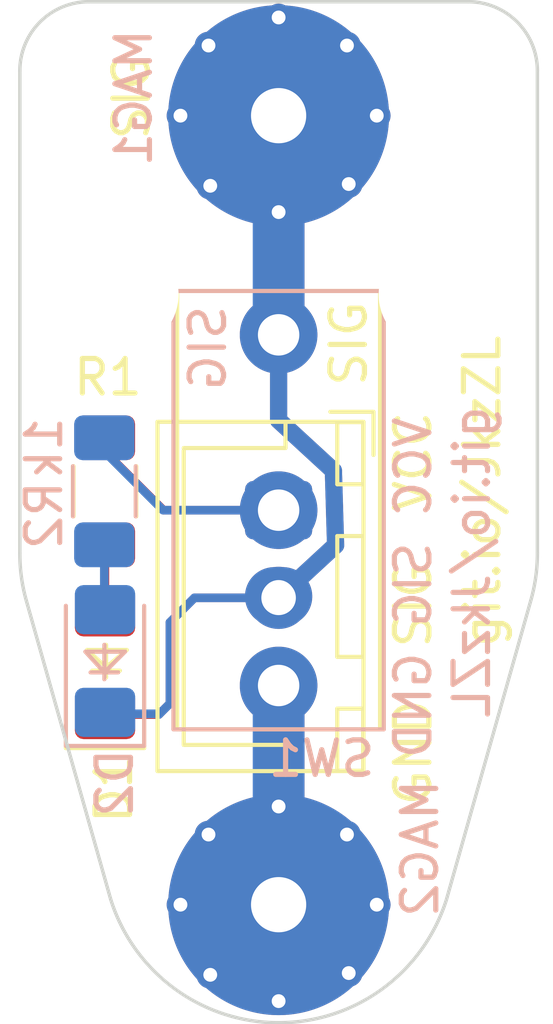
<source format=kicad_pcb>
(kicad_pcb (version 20171130) (host pcbnew "(5.1.7)-1")

  (general
    (thickness 1.6)
    (drawings 48)
    (tracks 57)
    (zones 0)
    (modules 12)
    (nets 6)
  )

  (page A4)
  (layers
    (0 F.Cu signal)
    (31 B.Cu signal hide)
    (32 B.Adhes user hide)
    (33 F.Adhes user hide)
    (34 B.Paste user hide)
    (35 F.Paste user hide)
    (36 B.SilkS user hide)
    (37 F.SilkS user)
    (38 B.Mask user hide)
    (39 F.Mask user hide)
    (40 Dwgs.User user hide)
    (41 Cmts.User user hide)
    (42 Eco1.User user hide)
    (43 Eco2.User user hide)
    (44 Edge.Cuts user)
    (45 Margin user hide)
    (46 B.CrtYd user)
    (47 F.CrtYd user)
    (48 B.Fab user hide)
    (49 F.Fab user hide)
  )

  (setup
    (last_trace_width 0.25)
    (user_trace_width 0.5)
    (user_trace_width 0.75)
    (user_trace_width 1.5)
    (trace_clearance 0.2)
    (zone_clearance 0.508)
    (zone_45_only no)
    (trace_min 0.2)
    (via_size 0.8)
    (via_drill 0.4)
    (via_min_size 0.4)
    (via_min_drill 0.3)
    (uvia_size 0.3)
    (uvia_drill 0.1)
    (uvias_allowed no)
    (uvia_min_size 0.2)
    (uvia_min_drill 0.1)
    (edge_width 0.05)
    (segment_width 0.2)
    (pcb_text_width 0.3)
    (pcb_text_size 1.5 1.5)
    (mod_edge_width 0.12)
    (mod_text_size 1 1)
    (mod_text_width 0.15)
    (pad_size 6.4 6.4)
    (pad_drill 1.6)
    (pad_to_mask_clearance 0)
    (aux_axis_origin 0 0)
    (visible_elements 7EFFEFFF)
    (pcbplotparams
      (layerselection 0x3d330_ffffffff)
      (usegerberextensions false)
      (usegerberattributes true)
      (usegerberadvancedattributes true)
      (creategerberjobfile true)
      (excludeedgelayer true)
      (linewidth 0.100000)
      (plotframeref false)
      (viasonmask false)
      (mode 1)
      (useauxorigin false)
      (hpglpennumber 1)
      (hpglpenspeed 20)
      (hpglpendiameter 15.000000)
      (psnegative false)
      (psa4output false)
      (plotreference true)
      (plotvalue true)
      (plotinvisibletext false)
      (padsonsilk false)
      (subtractmaskfromsilk false)
      (outputformat 1)
      (mirror false)
      (drillshape 0)
      (scaleselection 1)
      (outputdirectory "gerbers/"))
  )

  (net 0 "")
  (net 1 VCC)
  (net 2 GND)
  (net 3 SIGNAL)
  (net 4 "Net-(D1-Pad2)")
  (net 5 "Net-(D2-Pad2)")

  (net_class Default "This is the default net class."
    (clearance 0.2)
    (trace_width 0.25)
    (via_dia 0.8)
    (via_drill 0.4)
    (uvia_dia 0.3)
    (uvia_drill 0.1)
    (add_net GND)
    (add_net "Net-(D1-Pad2)")
    (add_net "Net-(D2-Pad2)")
    (add_net SIGNAL)
    (add_net VCC)
  )

  (module mag-probe:JST-XH (layer F.Cu) (tedit 5FB868AA) (tstamp 5FBB11C0)
    (at 0 0 270)
    (fp_text reference REF** (at 2.175 5.075 90) (layer Dwgs.User) hide
      (effects (font (size 1 1) (thickness 0.15)))
    )
    (fp_text value JST-XH (at 2.275 -3.775 90) (layer F.Fab)
      (effects (font (size 1 1) (thickness 0.15)))
    )
    (fp_line (start 7.95 3.9) (end 7.95 -2.85) (layer F.CrtYd) (width 0.05))
    (fp_line (start 0.75 -2.45) (end 0.75 -1.7) (layer F.SilkS) (width 0.12))
    (fp_line (start 0 -1.35) (end 0.625 -2.35) (layer F.Fab) (width 0.1))
    (fp_line (start -2.56 3.51) (end 7.56 3.51) (layer F.SilkS) (width 0.12))
    (fp_line (start -2.95 3.9) (end 7.95 3.9) (layer F.CrtYd) (width 0.05))
    (fp_line (start -2.45 -2.35) (end -2.45 3.4) (layer F.Fab) (width 0.1))
    (fp_line (start -0.625 -2.35) (end 0 -1.35) (layer F.Fab) (width 0.1))
    (fp_line (start 7.95 -2.85) (end -2.95 -2.85) (layer F.CrtYd) (width 0.05))
    (fp_line (start 7.56 3.51) (end 7.56 -2.46) (layer F.SilkS) (width 0.12))
    (fp_line (start -2.95 -2.85) (end -2.95 3.9) (layer F.CrtYd) (width 0.05))
    (fp_line (start 7.45 3.4) (end 7.45 -2.35) (layer F.Fab) (width 0.1))
    (fp_line (start -2.56 -2.46) (end -2.56 3.51) (layer F.SilkS) (width 0.12))
    (fp_line (start -2.45 3.4) (end 7.45 3.4) (layer F.Fab) (width 0.1))
    (fp_line (start 7.56 -2.46) (end -2.56 -2.46) (layer F.SilkS) (width 0.12))
    (fp_line (start 7.45 -2.35) (end -2.45 -2.35) (layer F.Fab) (width 0.1))
    (fp_line (start 4.25 -2.45) (end 0.75 -2.45) (layer F.SilkS) (width 0.12))
    (fp_line (start -2.55 -2.45) (end -2.55 -1.7) (layer F.SilkS) (width 0.12))
    (fp_line (start -2.55 -1.7) (end -0.75 -1.7) (layer F.SilkS) (width 0.12))
    (fp_line (start -0.75 -2.45) (end -2.55 -2.45) (layer F.SilkS) (width 0.12))
    (fp_line (start 7.55 -2.45) (end 5.75 -2.45) (layer F.SilkS) (width 0.12))
    (fp_line (start -2.55 -0.2) (end -1.8 -0.2) (layer F.SilkS) (width 0.12))
    (fp_line (start -1.8 -0.2) (end -1.8 2.75) (layer F.SilkS) (width 0.12))
    (fp_line (start 2.5 2.75) (end -1.725 2.75) (layer F.SilkS) (width 0.12))
    (fp_line (start 6.8 -0.2) (end 6.8 2.75) (layer F.SilkS) (width 0.12))
    (fp_line (start 6.8 2.75) (end 2.5 2.75) (layer F.SilkS) (width 0.12))
    (fp_line (start -1.6 -2.75) (end -2.85 -2.75) (layer F.SilkS) (width 0.12))
    (fp_line (start -2.85 -2.75) (end -2.85 -1.5) (layer F.SilkS) (width 0.12))
    (fp_line (start 0.75 -1.7) (end 4.25 -1.7) (layer F.SilkS) (width 0.12))
    (fp_line (start -0.75 -1.7) (end -0.75 -2.45) (layer F.SilkS) (width 0.12))
    (fp_line (start 4.25 -1.7) (end 4.25 -2.45) (layer F.SilkS) (width 0.12))
    (fp_line (start 5.75 -2.45) (end 5.75 -1.7) (layer F.SilkS) (width 0.12))
    (fp_line (start 5.75 -1.7) (end 7.55 -1.7) (layer F.SilkS) (width 0.12))
    (fp_line (start 7.55 -1.7) (end 7.55 -2.45) (layer F.SilkS) (width 0.12))
    (fp_line (start 7.55 -0.2) (end 6.8 -0.2) (layer F.SilkS) (width 0.12))
    (pad 3 thru_hole oval (at 5 0 270) (size 1.7 1.95) (drill 0.95) (layers *.Cu *.Mask))
    (pad 1 thru_hole roundrect (at 0 0 270) (size 1.7 1.95) (drill 0.95) (layers *.Cu *.Mask) (roundrect_rratio 0.147059))
    (pad 2 thru_hole oval (at 2.5 0 270) (size 1.7 1.95) (drill 0.95) (layers *.Cu *.Mask))
    (model F:/git/PROBE-BOARD/CAD/JST-B3B-XH-A.step
      (offset (xyz 2.5 -0.5 0))
      (scale (xyz 1 1 1))
      (rotate (xyz 0 0 0))
    )
  )

  (module mag-probe:M3Heatsrt (layer F.Cu) (tedit 5FBAB47A) (tstamp 5FBB10C4)
    (at -4.45 -6.3)
    (fp_text reference REF** (at 9.95 0.05) (layer Dwgs.User) hide
      (effects (font (size 1 1) (thickness 0.15)))
    )
    (fp_text value M3Heatsrt (at 0 -2.55) (layer F.Fab)
      (effects (font (size 1 1) (thickness 0.15)))
    )
    (fp_circle (center 0 0) (end 1.6 0) (layer Dwgs.User) (width 0.05))
    (model "F:/git/PROBE-BOARD/CAD/94459A130_BRASS HEAT-SET INSERT FOR PLASTIC.STEP"
      (offset (xyz 0 0 4.25))
      (scale (xyz 1 1 1))
      (rotate (xyz 90 0 0))
    )
    (model "F:/git/PROBE-BOARD/CAD/97763A811_BLACK-OXIDE 18-8 SS BUTTON-HEAD CAP SCREW.STEP"
      (offset (xyz 0 0 -3.5))
      (scale (xyz 1 1 1))
      (rotate (xyz 180 0 0))
    )
  )

  (module mag-probe:M3Heatsrt (layer F.Cu) (tedit 5FBAB47A) (tstamp 5FBB10AF)
    (at 4.45 -6.35)
    (fp_text reference REF** (at 0.05 0.1) (layer Dwgs.User) hide
      (effects (font (size 1 1) (thickness 0.15)))
    )
    (fp_text value M3Heatsrt (at 0 -2.55) (layer F.Fab)
      (effects (font (size 1 1) (thickness 0.15)))
    )
    (fp_circle (center 0 0) (end 1.6 0) (layer Dwgs.User) (width 0.05))
    (model "F:/git/PROBE-BOARD/CAD/94459A130_BRASS HEAT-SET INSERT FOR PLASTIC.STEP"
      (offset (xyz 0 0 4.25))
      (scale (xyz 1 1 1))
      (rotate (xyz 90 0 0))
    )
    (model "F:/git/PROBE-BOARD/CAD/97763A811_BLACK-OXIDE 18-8 SS BUTTON-HEAD CAP SCREW.STEP"
      (offset (xyz 0 0 -3.5))
      (scale (xyz 1 1 1))
      (rotate (xyz 180 0 0))
    )
  )

  (module MountingHole:MountingHole_3.2mm_M3 (layer F.Cu) (tedit 5FBAB25B) (tstamp 5FBAB277)
    (at -4.6 -6.25)
    (descr "Mounting Hole 3.2mm, no annular, M3")
    (tags "mounting hole 3.2mm no annular m3")
    (attr virtual)
    (fp_text reference REF** (at 0 -4.2) (layer Dwgs.User) hide
      (effects (font (size 1 1) (thickness 0.15)))
    )
    (fp_text value MountingHole_3.2mm_M3 (at 0 4.2) (layer F.Fab)
      (effects (font (size 1 1) (thickness 0.15)))
    )
    (fp_circle (center 0 0) (end 3.45 0) (layer F.CrtYd) (width 0.05))
    (fp_circle (center 0 0) (end 3.2 0) (layer Cmts.User) (width 0.15))
    (fp_text user %R (at 0.3 0) (layer F.Fab)
      (effects (font (size 1 1) (thickness 0.15)))
    )
    (pad "" np_thru_hole circle (at 0.1 0) (size 3.2 3.2) (drill 3.2) (layers *.Cu *.Mask))
  )

  (module Resistor_SMD:R_1206_3216Metric_Pad1.30x1.75mm_HandSolder (layer F.Cu) (tedit 5F68FEEE) (tstamp 5FB8615B)
    (at -5.035 -0.547 270)
    (descr "Resistor SMD 1206 (3216 Metric), square (rectangular) end terminal, IPC_7351 nominal with elongated pad for handsoldering. (Body size source: IPC-SM-782 page 72, https://www.pcb-3d.com/wordpress/wp-content/uploads/ipc-sm-782a_amendment_1_and_2.pdf), generated with kicad-footprint-generator")
    (tags "resistor handsolder")
    (path /5FC4D339)
    (attr smd)
    (fp_text reference R1 (at -3.303 -0.085 180) (layer F.SilkS)
      (effects (font (size 1 1) (thickness 0.15)))
    )
    (fp_text value 1k (at 0 1.82 90) (layer F.Fab)
      (effects (font (size 1 1) (thickness 0.15)))
    )
    (fp_line (start -1.6 0.8) (end -1.6 -0.8) (layer F.Fab) (width 0.1))
    (fp_line (start -1.6 -0.8) (end 1.6 -0.8) (layer F.Fab) (width 0.1))
    (fp_line (start 1.6 -0.8) (end 1.6 0.8) (layer F.Fab) (width 0.1))
    (fp_line (start 1.6 0.8) (end -1.6 0.8) (layer F.Fab) (width 0.1))
    (fp_line (start -0.727064 -0.91) (end 0.727064 -0.91) (layer F.SilkS) (width 0.12))
    (fp_line (start -0.727064 0.91) (end 0.727064 0.91) (layer F.SilkS) (width 0.12))
    (fp_line (start -2.45 1.12) (end -2.45 -1.12) (layer F.CrtYd) (width 0.05))
    (fp_line (start -2.45 -1.12) (end 2.45 -1.12) (layer F.CrtYd) (width 0.05))
    (fp_line (start 2.45 -1.12) (end 2.45 1.12) (layer F.CrtYd) (width 0.05))
    (fp_line (start 2.45 1.12) (end -2.45 1.12) (layer F.CrtYd) (width 0.05))
    (fp_text user %R (at 0 0 90) (layer F.Fab)
      (effects (font (size 0.8 0.8) (thickness 0.12)))
    )
    (pad 2 smd roundrect (at 1.55 0 270) (size 1.3 1.75) (layers F.Cu F.Paste F.Mask) (roundrect_rratio 0.1923076923076923)
      (net 4 "Net-(D1-Pad2)"))
    (pad 1 smd roundrect (at -1.55 0 270) (size 1.3 1.75) (layers F.Cu F.Paste F.Mask) (roundrect_rratio 0.1923076923076923)
      (net 1 VCC))
    (model ${KISYS3DMOD}/Resistor_SMD.3dshapes/R_1206_3216Metric.wrl
      (at (xyz 0 0 0))
      (scale (xyz 1 1 1))
      (rotate (xyz 0 0 0))
    )
  )

  (module Resistor_SMD:R_1206_3216Metric_Pad1.30x1.75mm_HandSolder (layer B.Cu) (tedit 5F68FEEE) (tstamp 5FB860BF)
    (at -5.0515 -0.547 270)
    (descr "Resistor SMD 1206 (3216 Metric), square (rectangular) end terminal, IPC_7351 nominal with elongated pad for handsoldering. (Body size source: IPC-SM-782 page 72, https://www.pcb-3d.com/wordpress/wp-content/uploads/ipc-sm-782a_amendment_1_and_2.pdf), generated with kicad-footprint-generator")
    (tags "resistor handsolder")
    (path /5FBB765C)
    (attr smd)
    (fp_text reference R2 (at 0.697 1.7485 90) (layer B.SilkS)
      (effects (font (size 1 1) (thickness 0.15)) (justify mirror))
    )
    (fp_text value 1k (at 0 -1.43 90) (layer B.Fab)
      (effects (font (size 1 1) (thickness 0.15)) (justify mirror))
    )
    (fp_line (start -1.6 -0.8) (end -1.6 0.8) (layer B.Fab) (width 0.1))
    (fp_line (start -1.6 0.8) (end 1.6 0.8) (layer B.Fab) (width 0.1))
    (fp_line (start 1.6 0.8) (end 1.6 -0.8) (layer B.Fab) (width 0.1))
    (fp_line (start 1.6 -0.8) (end -1.6 -0.8) (layer B.Fab) (width 0.1))
    (fp_line (start -0.727064 0.91) (end 0.727064 0.91) (layer B.SilkS) (width 0.12))
    (fp_line (start -0.727064 -0.91) (end 0.727064 -0.91) (layer B.SilkS) (width 0.12))
    (fp_line (start -2.45 -1.12) (end -2.45 1.12) (layer B.CrtYd) (width 0.05))
    (fp_line (start -2.45 1.12) (end 2.45 1.12) (layer B.CrtYd) (width 0.05))
    (fp_line (start 2.45 1.12) (end 2.45 -1.12) (layer B.CrtYd) (width 0.05))
    (fp_line (start 2.45 -1.12) (end -2.45 -1.12) (layer B.CrtYd) (width 0.05))
    (fp_text user %R (at 0 0 90) (layer B.Fab)
      (effects (font (size 0.4 0.4) (thickness 0.06)) (justify mirror))
    )
    (pad 2 smd roundrect (at 1.55 0 270) (size 1.3 1.75) (layers B.Cu B.Paste B.Mask) (roundrect_rratio 0.1923076923076923)
      (net 5 "Net-(D2-Pad2)"))
    (pad 1 smd roundrect (at -1.55 0 270) (size 1.3 1.75) (layers B.Cu B.Paste B.Mask) (roundrect_rratio 0.1923076923076923)
      (net 1 VCC))
    (model ${KISYS3DMOD}/Resistor_SMD.3dshapes/R_1206_3216Metric.wrl
      (at (xyz 0 0 0))
      (scale (xyz 1 1 1))
      (rotate (xyz 0 0 0))
    )
  )

  (module LED_SMD:LED_1206_3216Metric_Pad1.42x1.75mm_HandSolder (layer F.Cu) (tedit 5F68FEF1) (tstamp 5FB860F1)
    (at -5.0315 4.4335 90)
    (descr "LED SMD 1206 (3216 Metric), square (rectangular) end terminal, IPC_7351 nominal, (Body size source: http://www.tortai-tech.com/upload/download/2011102023233369053.pdf), generated with kicad-footprint-generator")
    (tags "LED handsolder")
    (path /5FC4D33F)
    (attr smd)
    (fp_text reference D1 (at -3.6437 0.2563 90) (layer F.SilkS)
      (effects (font (size 1 1) (thickness 0.15)))
    )
    (fp_text value LED_Small (at 0 1.65 90) (layer F.Fab)
      (effects (font (size 1 1) (thickness 0.15)))
    )
    (fp_line (start 2.45 1.12) (end -2.45 1.12) (layer F.CrtYd) (width 0.05))
    (fp_line (start 2.45 -1.12) (end 2.45 1.12) (layer F.CrtYd) (width 0.05))
    (fp_line (start -2.45 -1.12) (end 2.45 -1.12) (layer F.CrtYd) (width 0.05))
    (fp_line (start -2.45 1.12) (end -2.45 -1.12) (layer F.CrtYd) (width 0.05))
    (fp_line (start -2.46 1.135) (end 1.6 1.135) (layer F.SilkS) (width 0.12))
    (fp_line (start -2.46 -1.135) (end -2.46 1.135) (layer F.SilkS) (width 0.12))
    (fp_line (start 1.6 -1.135) (end -2.46 -1.135) (layer F.SilkS) (width 0.12))
    (fp_line (start 1.6 0.8) (end 1.6 -0.8) (layer F.Fab) (width 0.1))
    (fp_line (start -1.6 0.8) (end 1.6 0.8) (layer F.Fab) (width 0.1))
    (fp_line (start -1.6 -0.4) (end -1.6 0.8) (layer F.Fab) (width 0.1))
    (fp_line (start -1.2 -0.8) (end -1.6 -0.4) (layer F.Fab) (width 0.1))
    (fp_line (start 1.6 -0.8) (end -1.2 -0.8) (layer F.Fab) (width 0.1))
    (fp_text user %R (at 0 0 90) (layer F.Fab)
      (effects (font (size 0.5 0.5) (thickness 0.08)))
    )
    (pad 2 smd roundrect (at 1.4875 0 90) (size 1.425 1.75) (layers F.Cu F.Paste F.Mask) (roundrect_rratio 0.1754385964912281)
      (net 4 "Net-(D1-Pad2)"))
    (pad 1 smd roundrect (at -1.4875 0 90) (size 1.425 1.75) (layers F.Cu F.Paste F.Mask) (roundrect_rratio 0.1754385964912281)
      (net 3 SIGNAL))
    (model ${KISYS3DMOD}/LED_SMD.3dshapes/LED_1206_3216Metric.wrl
      (at (xyz 0 0 0))
      (scale (xyz 1 1 1))
      (rotate (xyz 0 0 0))
    )
  )

  (module LED_SMD:LED_1206_3216Metric_Pad1.42x1.75mm_HandSolder (layer B.Cu) (tedit 5F68FEF1) (tstamp 5FB86127)
    (at -5.0315 4.37 90)
    (descr "LED SMD 1206 (3216 Metric), square (rectangular) end terminal, IPC_7351 nominal, (Body size source: http://www.tortai-tech.com/upload/download/2011102023233369053.pdf), generated with kicad-footprint-generator")
    (tags "LED handsolder")
    (path /5FBB7662)
    (attr smd)
    (fp_text reference D2 (at -3.53 0.2815 90) (layer B.SilkS)
      (effects (font (size 1 1) (thickness 0.15)) (justify mirror))
    )
    (fp_text value LED_Small (at 0 -1.65 90) (layer B.Fab)
      (effects (font (size 1 1) (thickness 0.15)) (justify mirror))
    )
    (fp_line (start 2.45 -1.12) (end -2.45 -1.12) (layer B.CrtYd) (width 0.05))
    (fp_line (start 2.45 1.12) (end 2.45 -1.12) (layer B.CrtYd) (width 0.05))
    (fp_line (start -2.45 1.12) (end 2.45 1.12) (layer B.CrtYd) (width 0.05))
    (fp_line (start -2.45 -1.12) (end -2.45 1.12) (layer B.CrtYd) (width 0.05))
    (fp_line (start -2.46 -1.135) (end 1.6 -1.135) (layer B.SilkS) (width 0.12))
    (fp_line (start -2.46 1.135) (end -2.46 -1.135) (layer B.SilkS) (width 0.12))
    (fp_line (start 1.6 1.135) (end -2.46 1.135) (layer B.SilkS) (width 0.12))
    (fp_line (start 1.6 -0.8) (end 1.6 0.8) (layer B.Fab) (width 0.1))
    (fp_line (start -1.6 -0.8) (end 1.6 -0.8) (layer B.Fab) (width 0.1))
    (fp_line (start -1.6 0.4) (end -1.6 -0.8) (layer B.Fab) (width 0.1))
    (fp_line (start -1.2 0.8) (end -1.6 0.4) (layer B.Fab) (width 0.1))
    (fp_line (start 1.6 0.8) (end -1.2 0.8) (layer B.Fab) (width 0.1))
    (fp_text user %R (at 0 0 90) (layer B.Fab)
      (effects (font (size 0.5 0.5) (thickness 0.08)) (justify mirror))
    )
    (pad 2 smd roundrect (at 1.4875 0 90) (size 1.425 1.75) (layers B.Cu B.Paste B.Mask) (roundrect_rratio 0.1754385964912281)
      (net 5 "Net-(D2-Pad2)"))
    (pad 1 smd roundrect (at -1.4875 0 90) (size 1.425 1.75) (layers B.Cu B.Paste B.Mask) (roundrect_rratio 0.1754385964912281)
      (net 3 SIGNAL))
    (model ${KISYS3DMOD}/LED_SMD.3dshapes/LED_1206_3216Metric.wrl
      (at (xyz 0 0 0))
      (scale (xyz 1 1 1))
      (rotate (xyz 0 0 0))
    )
  )

  (module mag-probe:D2F (layer F.Cu) (tedit 5FB88D0E) (tstamp 5FB7841C)
    (at 0 0 270)
    (path /5FC5A30B)
    (fp_text reference SW1 (at 7.2 -1.25) (layer B.SilkS)
      (effects (font (size 1 1) (thickness 0.15)) (justify mirror))
    )
    (fp_text value SW_Push_Open (at -2.54 -1.27 270) (layer F.Fab)
      (effects (font (size 1 1) (thickness 0.15)))
    )
    (fp_line (start -6.35 -2.94) (end -6.35 2.94) (layer F.SilkS) (width 0.12))
    (fp_line (start -6.35 2.94) (end 6.35 2.94) (layer F.SilkS) (width 0.12))
    (fp_line (start 6.35 2.94) (end 6.35 -2.94) (layer F.SilkS) (width 0.12))
    (fp_line (start 6.35 -2.94) (end -6.35 -2.94) (layer F.SilkS) (width 0.12))
    (pad 4 thru_hole circle (at 2.54 0 270) (size 1.8 1.8) (drill 1) (layers *.Cu *.Mask)
      (net 3 SIGNAL))
    (pad 3 thru_hole circle (at 0 0 270) (size 2.25 2.25) (drill 1.2) (layers *.Cu *.Mask)
      (net 1 VCC))
    (pad 2 thru_hole circle (at -5.08 0 270) (size 2.25 2.25) (drill 1.2) (layers *.Cu *.Mask)
      (net 3 SIGNAL))
    (pad 1 thru_hole circle (at 5.08 0 270) (size 2.25 2.25) (drill 1.2) (layers *.Cu *.Mask)
      (net 2 GND))
    (model F:/git/mag-probe/D2F_F_STEP/D2F_F.step
      (offset (xyz 3.24 0 -3.24))
      (scale (xyz 1 1 1))
      (rotate (xyz 90 0 0))
    )
  )

  (module MountingHole:MountingHole_3.2mm_M3 (layer F.Cu) (tedit 56D1B4CB) (tstamp 5FB8CA4C)
    (at 4.5 -6.25)
    (descr "Mounting Hole 3.2mm, no annular, M3")
    (tags "mounting hole 3.2mm no annular m3")
    (attr virtual)
    (fp_text reference REF** (at 0 -4.2) (layer Dwgs.User) hide
      (effects (font (size 1 1) (thickness 0.15)))
    )
    (fp_text value MountingHole_3.2mm_M3 (at 0 4.2) (layer F.Fab)
      (effects (font (size 1 1) (thickness 0.15)))
    )
    (fp_circle (center 0 0) (end 3.45 0) (layer F.CrtYd) (width 0.05))
    (fp_circle (center 0 0) (end 3.2 0) (layer Cmts.User) (width 0.15))
    (fp_text user %R (at 0.3 0) (layer F.Fab)
      (effects (font (size 1 1) (thickness 0.15)))
    )
    (pad 1 np_thru_hole circle (at 0 0) (size 3.2 3.2) (drill 3.2) (layers *.Cu *.Mask))
  )

  (module mag-probe:MagPad (layer F.Cu) (tedit 5FBC0B31) (tstamp 5FB7716B)
    (at 0 11.25)
    (path /5FB9D8C4)
    (fp_text reference MAG2 (at 4.064 -1.4964 90) (layer F.SilkS) hide
      (effects (font (size 1 1) (thickness 0.15)))
    )
    (fp_text value Conn_01x01 (at 0 -0.5) (layer F.Fab)
      (effects (font (size 1 1) (thickness 0.15)))
    )
    (pad 1 thru_hole circle (at 0 0.18) (size 6.4 6.4) (drill 1.6) (layers *.Cu *.Mask)
      (net 2 GND))
    (model F:/git/mag-probe/mag.pretty.stp
      (at (xyz 0 0 0))
      (scale (xyz 1 1 1))
      (rotate (xyz 0 0 0))
    )
  )

  (module mag-probe:MagPad (layer F.Cu) (tedit 5FBC0B3F) (tstamp 5FB8D866)
    (at 0 -11.25)
    (path /5FB9D22E)
    (fp_text reference SIG (at -4.26 -0.71 90) (layer F.SilkS)
      (effects (font (size 1 1) (thickness 0.15)))
    )
    (fp_text value Conn_01x01 (at 0 -0.5) (layer F.Fab)
      (effects (font (size 1 1) (thickness 0.15)))
    )
    (pad 1 thru_hole circle (at 0 -0.18) (size 6.4 6.4) (drill 1.6) (layers *.Cu *.Mask)
      (net 3 SIGNAL))
    (model F:/git/mag-probe/mag.pretty.stp
      (at (xyz 0 0 0))
      (scale (xyz 1 1 1))
      (rotate (xyz 0 0 0))
    )
  )

  (gr_line (start -5.08 -13.97) (end 5.08 -8.89) (layer Dwgs.User) (width 0.15) (tstamp 5FBC0E2E))
  (gr_line (start 3.81 -8.89) (end 3.81 -10.16) (layer Dwgs.User) (width 0.15))
  (gr_line (start 3.81 -12.7) (end 3.81 -8.89) (layer Dwgs.User) (width 0.15))
  (gr_line (start -3.81 -10.16) (end 3.81 -12.7) (layer Dwgs.User) (width 0.15))
  (gr_line (start -1.27 -7.62) (end -3.81 -10.16) (layer Dwgs.User) (width 0.15))
  (gr_line (start 1.27 -15.24) (end -1.27 -7.62) (layer Dwgs.User) (width 0.15))
  (gr_line (start -1.27 -15.24) (end 1.27 -15.24) (layer Dwgs.User) (width 0.15))
  (gr_line (start 1.27 -7.62) (end -1.27 -15.24) (layer Dwgs.User) (width 0.15))
  (gr_line (start 0 -7.62) (end 1.27 -7.62) (layer Dwgs.User) (width 0.15))
  (gr_line (start 0 -16.51) (end 0 -7.62) (layer Dwgs.User) (width 0.15))
  (gr_line (start -5.08 -11.43) (end 0 -16.51) (layer Dwgs.User) (width 0.15))
  (gr_line (start 3.81 -11.43) (end -5.08 -11.43) (layer Dwgs.User) (width 0.15))
  (gr_line (start -3.81 -15.24) (end 2.54 -8.89) (layer Dwgs.User) (width 0.15))
  (gr_line (start -2.54 -8.89) (end 2.54 -13.97) (layer Dwgs.User) (width 0.15))
  (gr_circle (center 0 -11.43) (end 2.54 -12.7) (layer Dwgs.User) (width 0.15))
  (gr_line (start -4.45 4.1) (end -5.05 4.7) (layer B.SilkS) (width 0.12) (tstamp 5FB8CF62))
  (gr_line (start -5.6 4.1) (end -4.45 4.1) (layer B.SilkS) (width 0.12))
  (gr_line (start -5.05 4.7) (end -5.6 4.1) (layer B.SilkS) (width 0.12))
  (gr_line (start -5.45 4.7) (end -4.65 4.7) (layer B.SilkS) (width 0.12))
  (gr_line (start -5.05 3.9) (end -5.05 4.9) (layer B.SilkS) (width 0.12))
  (gr_line (start -5.4 4.65) (end -4.6 4.65) (layer F.SilkS) (width 0.12))
  (gr_line (start -5 3.9) (end -5 4.85) (layer F.SilkS) (width 0.12))
  (gr_line (start -5 4.55) (end -5.55 4.05) (layer F.SilkS) (width 0.12) (tstamp 5FB8CF14))
  (gr_line (start -4.4 4.05) (end -5 4.55) (layer F.SilkS) (width 0.12))
  (gr_line (start -5.55 4.05) (end -4.4 4.05) (layer F.SilkS) (width 0.12))
  (gr_arc (start 2.499999 1.248852) (end 7.312157 2.606476) (angle -15.75501346) (layer Edge.Cuts) (width 0.1))
  (gr_line (start 7.5 1.248852) (end 7.5 -12.730999) (layer Edge.Cuts) (width 0.1))
  (gr_arc (start -5.499999 -12.730999) (end -5.499999 -14.730999) (angle -90) (layer Edge.Cuts) (width 0.1))
  (gr_arc (start -2.490343 1.261877) (end -7.5 1.248852) (angle -15.90398022) (layer Edge.Cuts) (width 0.1) (tstamp 5FB860A4))
  (gr_line (start -7.5 1.248852) (end -7.499999 -12.730999) (layer Edge.Cuts) (width 0.1))
  (gr_arc (start 5.5 -12.730999) (end 7.5 -12.730999) (angle -90) (layer Edge.Cuts) (width 0.1))
  (gr_line (start 5.5 -14.730999) (end -5.499999 -14.730999) (layer Edge.Cuts) (width 0.1))
  (gr_line (start 7.312157 2.606476) (end 4.86569 11.278087) (layer Edge.Cuts) (width 0.1))
  (gr_line (start -7.311811 2.622127) (end -4.86569 11.278087) (layer Edge.Cuts) (width 0.1))
  (gr_arc (start 0 9.75) (end -4.86569 11.278087) (angle -145.1298326) (layer Edge.Cuts) (width 0.1))
  (gr_text git.io/JkzZL (at 5.9 -0.55 90) (layer F.SilkS)
    (effects (font (size 1 1) (thickness 0.15)))
  )
  (gr_text git.io/JkzZL (at 5.6 1.5 90) (layer B.SilkS)
    (effects (font (size 1 1) (thickness 0.15)) (justify mirror))
  )
  (gr_text 1k (at -6.8 -1.8 90) (layer B.SilkS)
    (effects (font (size 1 1) (thickness 0.15)) (justify mirror))
  )
  (gr_text "GND  SIG  VCC" (at 3.9 2.85 90) (layer F.SilkS)
    (effects (font (size 1 1) (thickness 0.15)))
  )
  (gr_text SIG (at 2.032 -4.826 90) (layer F.SilkS)
    (effects (font (size 1 1) (thickness 0.15)))
  )
  (gr_text SIG (at -2.05 -4.7 90) (layer B.SilkS) (tstamp 5FB7A228)
    (effects (font (size 1 1) (thickness 0.15)) (justify mirror))
  )
  (gr_text "VCC SIG GND" (at 3.9 2.25 90) (layer B.SilkS)
    (effects (font (size 1 1) (thickness 0.15)) (justify mirror))
  )
  (gr_text MAG2 (at 4.1 9.8 90) (layer B.SilkS)
    (effects (font (size 1 1) (thickness 0.15)) (justify mirror))
  )
  (gr_text MAG1 (at -4.2 -11.95 90) (layer B.SilkS)
    (effects (font (size 1 1) (thickness 0.15)) (justify mirror))
  )
  (gr_line (start -3.048 6.35) (end -3.048 -6.35) (layer B.SilkS) (width 0.12) (tstamp 5FB7A204))
  (gr_line (start 3.048 6.35) (end -3.048 6.35) (layer B.SilkS) (width 0.12))
  (gr_line (start 3.048 -6.35) (end 3.048 6.35) (layer B.SilkS) (width 0.12))
  (gr_line (start -3.048 -6.35) (end 3.048 -6.35) (layer B.SilkS) (width 0.12))

  (via (at 0 -14.2748) (size 0.8) (drill 0.4) (layers F.Cu B.Cu) (net 0))
  (via (at 1.9812 -13.462) (size 0.8) (drill 0.4) (layers F.Cu B.Cu) (net 0))
  (via (at 2.8448 -11.43) (size 0.8) (drill 0.4) (layers F.Cu B.Cu) (net 0))
  (via (at 2.032 -9.4488) (size 0.8) (drill 0.4) (layers F.Cu B.Cu) (net 0))
  (via (at 0 -8.636) (size 0.8) (drill 0.4) (layers F.Cu B.Cu) (net 0))
  (via (at -1.9812 -9.398) (size 0.8) (drill 0.4) (layers F.Cu B.Cu) (net 0))
  (via (at -2.8448 -11.43) (size 0.8) (drill 0.4) (layers F.Cu B.Cu) (net 0))
  (via (at -2.032 -13.462) (size 0.8) (drill 0.4) (layers F.Cu B.Cu) (net 0))
  (via (at 0 14.224) (size 0.8) (drill 0.4) (layers F.Cu B.Cu) (net 0) (tstamp 5FBC0F0F))
  (via (at -2.032 9.398) (size 0.8) (drill 0.4) (layers F.Cu B.Cu) (net 0) (tstamp 5FBC0F10))
  (via (at 2.032 13.4112) (size 0.8) (drill 0.4) (layers F.Cu B.Cu) (net 0) (tstamp 5FBC0F11))
  (via (at 1.9812 9.398) (size 0.8) (drill 0.4) (layers F.Cu B.Cu) (net 0) (tstamp 5FBC0F12))
  (via (at -2.8448 11.43) (size 0.8) (drill 0.4) (layers F.Cu B.Cu) (net 0) (tstamp 5FBC0F13))
  (via (at 2.8448 11.43) (size 0.8) (drill 0.4) (layers F.Cu B.Cu) (net 0) (tstamp 5FBC0F14))
  (via (at -1.9812 13.462) (size 0.8) (drill 0.4) (layers F.Cu B.Cu) (net 0) (tstamp 5FBC0F15))
  (via (at 0 8.5852) (size 0.8) (drill 0.4) (layers F.Cu B.Cu) (net 0) (tstamp 5FBC0F16))
  (segment (start 0 -0.254) (end 0 0) (width 0.5) (layer B.Cu) (net 1))
  (segment (start 0 0) (end -0.087 0) (width 0.5) (layer F.Cu) (net 1))
  (segment (start -3.338 0) (end -5.435 -2.097) (width 0.25) (layer F.Cu) (net 1))
  (segment (start 0 0) (end -3.338 0) (width 0.25) (layer F.Cu) (net 1))
  (segment (start -3.35 0) (end -5.547 -2.197) (width 0.25) (layer B.Cu) (net 1))
  (segment (start 0 0) (end -3.3 0) (width 0.25) (layer B.Cu) (net 1))
  (segment (start 0 10.75) (end 0 5.08) (width 1.5) (layer B.Cu) (net 2) (status 30))
  (segment (start 0 5.08) (end 0 10.75) (width 1.5) (layer F.Cu) (net 2) (status 30))
  (segment (start 0 -11.25) (end -1.188 -11.25) (width 0.5) (layer B.Cu) (net 3) (status 30))
  (segment (start 0 -11.25) (end 0 -5.58) (width 1.5) (layer B.Cu) (net 3) (status 30))
  (segment (start -0.508 -4.572) (end 0 -5.08) (width 0.5) (layer B.Cu) (net 3) (status 30))
  (segment (start 0 -11.25) (end 0 -5.58) (width 1.5) (layer F.Cu) (net 3) (status 30))
  (segment (start 0 -5.08) (end 0.762 -5.08) (width 0.5) (layer F.Cu) (net 3) (status 30))
  (segment (start -0.508 -4.572) (end 0 -5.08) (width 0.5) (layer F.Cu) (net 3) (status 30))
  (segment (start -0.254 2.54) (end 0 2.54) (width 0.5) (layer B.Cu) (net 3))
  (segment (start 0 -5.08) (end 0 -4.318) (width 0.5) (layer F.Cu) (net 3))
  (segment (start 1.651 1.016) (end 0 2.54) (width 0.5) (layer F.Cu) (net 3))
  (segment (start 1.5875 -1.143) (end 1.651 1.016) (width 0.5) (layer F.Cu) (net 3))
  (segment (start 0 -2.6035) (end 1.5875 -1.143) (width 0.5) (layer F.Cu) (net 3))
  (segment (start 1.651 1.016) (end 0 2.54) (width 0.5) (layer B.Cu) (net 3))
  (segment (start 0 -2.6035) (end 1.5875 -1.143) (width 0.5) (layer B.Cu) (net 3))
  (segment (start 1.5875 -1.143) (end 1.651 1.016) (width 0.5) (layer B.Cu) (net 3))
  (segment (start 0 -5.08) (end 0 -2.6035) (width 0.5) (layer B.Cu) (net 3))
  (segment (start 0 -5.08) (end 0 -2.6035) (width 0.5) (layer F.Cu) (net 3))
  (segment (start 0 2.54) (end 0 2.5895) (width 0.5) (layer F.Cu) (net 3))
  (segment (start -5.0315 5.921) (end -3.471 5.921) (width 0.25) (layer F.Cu) (net 3))
  (segment (start -3.471 5.921) (end -3.15 5.6) (width 0.25) (layer F.Cu) (net 3))
  (segment (start -0.16 2.7) (end 0 2.54) (width 0.25) (layer F.Cu) (net 3))
  (segment (start -3.15 5.6) (end -3.15 3.25) (width 0.25) (layer F.Cu) (net 3))
  (segment (start -2.44 2.54) (end 0 2.54) (width 0.25) (layer F.Cu) (net 3))
  (segment (start -3.15 3.25) (end -2.44 2.54) (width 0.25) (layer F.Cu) (net 3))
  (segment (start -2.44 2.54) (end 0 2.54) (width 0.25) (layer B.Cu) (net 3))
  (segment (start -5.2815 5.9) (end -3.45 5.9) (width 0.25) (layer B.Cu) (net 3))
  (segment (start -3.15 3.25) (end -2.44 2.54) (width 0.25) (layer B.Cu) (net 3))
  (segment (start -3.15 5.6) (end -3.15 3.25) (width 0.25) (layer B.Cu) (net 3))
  (segment (start -3.471 5.921) (end -3.15 5.6) (width 0.25) (layer B.Cu) (net 3))
  (segment (start -5.435 2.5425) (end -5.0315 2.946) (width 0.25) (layer F.Cu) (net 4))
  (segment (start -5.035 2.9425) (end -5.0315 2.946) (width 0.25) (layer F.Cu) (net 4))
  (segment (start -5.035 1.003) (end -5.035 2.9425) (width 0.25) (layer F.Cu) (net 4))
  (segment (start -5.0515 2.8625) (end -5.0315 2.8825) (width 0.25) (layer B.Cu) (net 5))
  (segment (start -5.0515 1.003) (end -5.0515 2.8625) (width 0.25) (layer B.Cu) (net 5))

)

</source>
